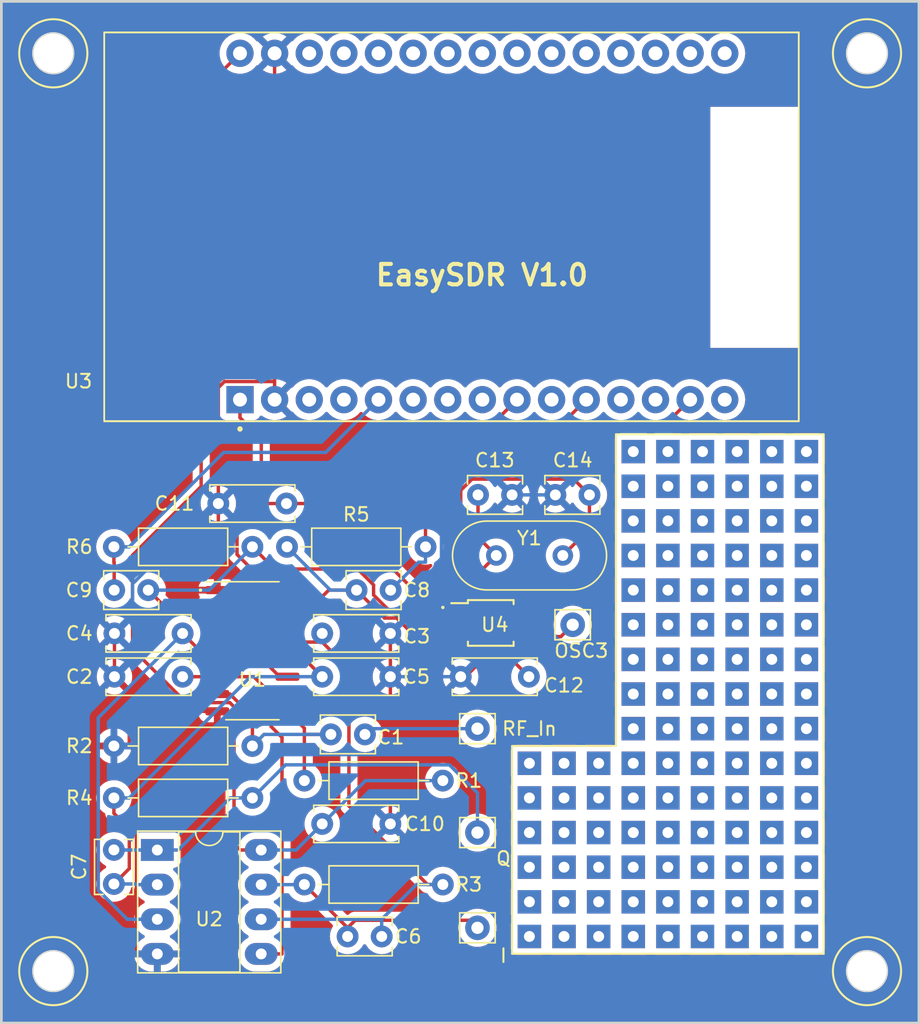
<source format=kicad_pcb>
(kicad_pcb (version 20221018) (generator pcbnew)
  (layers (0 "F.Cu" signal) (31 "B.Cu" signal) (34 "B.Paste" user) (35 "F.Paste" user) (36 "B.SilkS" user "B.Silkscreen") (37 "F.SilkS" user "F.Silkscreen") (38 "B.Mask" user) (39 "F.Mask" user) (44 "Edge.Cuts" user))
  (net 0 "")
  (net 1 "+5V")
  (net 2 "Net-(U1-1A)")
  (net 3 "GND")
  (net 4 "Net-(J3-Pin_1)")
  (net 5 "Net-(U1-1B4)")
  (net 6 "Net-(U1-1B3)")
  (net 7 "Net-(U1-S0)")
  (net 8 "Net-(U3-D18)")
  (net 9 "Net-(U1-S1)")
  (net 10 "Net-(U3-D4)")
  (net 11 "Net-(U1-1B2)")
  (net 12 "Net-(U1-1B1)")
  (net 13 "+3.3V")
  (net 14 "Net-(U4-XA)")
  (net 15 "Net-(U4-XB)")
  (net 16 "/SCL")
  (net 17 "/SDA")
  (net 18 "Net-(J2-Pin_1)")
  (net 41 "Net-(J1-Pin_1)")
  (net 42 "Net-(J4-Pin_1)")
  (footprint "parts:proto" (layer "F.Cu") (at 192.405 82.55)
    (fp_text reference "REF**" hide)
    (fp_text value "proto")
  )
  (footprint "parts:proto" (layer "F.Cu") (at 184.785 105.41)
    (fp_text reference "REF**" hide)
    (fp_text value "proto")
  )
  (footprint "Capacitor_THT:C_Disc_D6.0mm_W2.5mm_P5.00mm" (layer "F.Cu") (at 161.965 91.44)
    (fp_text reference "C5")
    (fp_text value "220n")
  )
  (footprint "Capacitor_THT:C_Disc_D6.0mm_W2.5mm_P5.00mm" (layer "F.Cu") (at 177.125 91.44 180)
    (fp_text reference "C12")
    (fp_text value "100n")
  )
  (footprint "Resistor_THT:R_Axial_DIN0207_L6.3mm_D2.5mm_P10.16mm_Horizontal" (layer "F.Cu") (at 159.385 81.915)
    (fp_text reference "R5")
    (fp_text value "10k")
  )
  (footprint "Capacitor_THT:C_Disc_D3.8mm_W2.6mm_P2.50mm" (layer "F.Cu") (at 146.685 106.64 90)
    (fp_text reference "C7")
    (fp_text value "470p")
  )
  (footprint "Crystal:Crystal_HC49-U_Vertical" (layer "F.Cu") (at 179.615 82.55 180)
    (fp_text reference "Y1")
    (fp_text value "25MHz")
  )
  (footprint "parts:proto" (layer "F.Cu") (at 177.165 105.41)
    (fp_text reference "REF**" hide)
    (fp_text value "proto")
  )
  (footprint "Resistor_THT:R_Axial_DIN0207_L6.3mm_D2.5mm_P10.16mm_Horizontal" (layer "F.Cu") (at 156.845 100.33 180)
    (fp_text reference "R4")
    (fp_text value "10k")
  )
  (footprint "Connector_Pin:Pin_D0.9mm_L10.0mm_W2.4mm_FlatFork" (layer "F.Cu") (at 173.355 95.25)
    (fp_text reference "J1" hide)
    (fp_text value "RF_In")
  )
  (footprint "parts:proto" (layer "F.Cu") (at 177.165 97.79)
    (fp_text reference "REF**" hide)
    (fp_text value "proto")
  )
  (footprint "Capacitor_THT:C_Disc_D6.0mm_W2.5mm_P5.00mm" (layer "F.Cu") (at 161.965 102.235)
    (fp_text reference "C10")
    (fp_text value "100n")
  )
  (footprint "Connector_Pin:Pin_D0.9mm_L10.0mm_W2.4mm_FlatFork" (layer "F.Cu") (at 180.34 87.63)
    (fp_text reference "J2" hide)
    (fp_text value "OSC3")
  )
  (footprint "Capacitor_THT:C_Disc_D3.8mm_W2.6mm_P2.50mm" (layer "F.Cu") (at 146.705 85.09)
    (fp_text reference "C9")
    (fp_text value "1n")
  )
  (footprint "Package_DIP:DIP-8_W7.62mm_Socket_LongPads" (layer "F.Cu") (at 149.87 104.15)
    (fp_text reference "U2")
    (fp_text value "LM4562")
  )
  (footprint "parts:proto" (layer "F.Cu") (at 184.785 74.93)
    (fp_text reference "REF**" hide)
    (fp_text value "proto")
  )
  (footprint "parts:proto" (layer "F.Cu") (at 192.405 90.17)
    (fp_text reference "REF**" hide)
    (fp_text value "proto")
  )
  (footprint "Capacitor_THT:C_Disc_D3.8mm_W2.6mm_P2.50mm" (layer "F.Cu") (at 166.33 110.49 180)
    (fp_text reference "C6")
    (fp_text value "470p")
  )
  (footprint "Capacitor_THT:C_Disc_D6.0mm_W2.5mm_P5.00mm" (layer "F.Cu") (at 159.345 78.74 180)
    (fp_text reference "C11")
    (fp_text value "100n")
  )
  (footprint "Resistor_THT:R_Axial_DIN0207_L6.3mm_D2.5mm_P10.16mm_Horizontal" (layer "F.Cu") (at 156.845 96.52 180)
    (fp_text reference "R2")
    (fp_text value "1M")
  )
  (footprint "Capacitor_THT:C_Disc_D3.8mm_W2.6mm_P2.50mm" (layer "F.Cu") (at 162.6 95.67)
    (fp_text reference "C1")
    (fp_text value "1n")
  )
  (footprint "Connector_Pin:Pin_D0.9mm_L10.0mm_W2.4mm_FlatFork" (layer "F.Cu") (at 173.355 109.855 180)
    (fp_text reference "J3" hide)
    (fp_text value "I")
  )
  (footprint "Connector_Pin:Pin_D0.9mm_L10.0mm_W2.4mm_FlatFork" (layer "F.Cu") (at 173.355 102.87 180)
    (fp_text reference "J4" hide)
    (fp_text value "Q")
  )
  (footprint "parts:proto" (layer "F.Cu") (at 192.405 74.93)
    (fp_text reference "REF**" hide)
    (fp_text value "proto")
  )
  (footprint "Resistor_THT:R_Axial_DIN0207_L6.3mm_D2.5mm_P10.16mm_Horizontal" (layer "F.Cu") (at 156.845 81.915 180)
    (fp_text reference "R6")
    (fp_text value "10k")
  )
  (footprint "Resistor_THT:R_Axial_DIN0207_L6.3mm_D2.5mm_P10.16mm_Horizontal" (layer "F.Cu") (at 170.815 99.06 180)
    (fp_text reference "R1")
    (fp_text value "1M")
  )
  (footprint "parts:proto" (layer "F.Cu") (at 192.405 97.79)
    (fp_text reference "REF**" hide)
    (fp_text value "proto")
  )
  (footprint "Capacitor_THT:C_Disc_D3.8mm_W2.6mm_P2.50mm" (layer "F.Cu") (at 181.57 78.105 180)
    (fp_text reference "C14")
    (fp_text value "2..20p")
  )
  (footprint "Capacitor_THT:C_Disc_D6.0mm_W2.5mm_P5.00mm" (layer "F.Cu") (at 151.725 91.44 180)
    (fp_text reference "C2")
    (fp_text value "220n")
  )
  (footprint "parts:proto" (layer "F.Cu") (at 184.785 82.55)
    (fp_text reference "REF**" hide)
    (fp_text value "proto")
  )
  (footprint "parts:proto" (layer "F.Cu") (at 184.785 90.17)
    (fp_text reference "REF**" hide)
    (fp_text value "proto")
  )
  (footprint "parts:proto" (layer "F.Cu") (at 192.405 105.41)
    (fp_text reference "REF**" hide)
    (fp_text value "proto")
  )
  (footprint "Capacitor_THT:C_Disc_D6.0mm_W2.5mm_P5.00mm" (layer "F.Cu") (at 161.965 88.265)
    (fp_text reference "C3")
    (fp_text value "220n")
  )
  (footprint "Resistor_THT:R_Axial_DIN0207_L6.3mm_D2.5mm_P10.16mm_Horizontal" (layer "F.Cu") (at 160.655 106.68)
    (fp_text reference "R3")
    (fp_text value "10k")
  )
  (footprint "Capacitor_THT:C_Disc_D3.8mm_W2.6mm_P2.50mm" (layer "F.Cu") (at 173.395 78.105)
    (fp_text reference "C13")
    (fp_text value "2..20p")
  )
  (footprint "parts:MODULE_ESP32_DEVKIT_V1" (layer "F.Cu") (at 171.45 58.42 90)
    (fp_text reference "U3")
    (fp_text value "ESP32-DEVKIT")
  )
  (footprint "Package_SO:SO-16_3.9x9.9mm_P1.27mm" (layer "F.Cu") (at 156.845 89.535)
    (fp_text reference "U1")
    (fp_text value "CBT3253")
  )
  (footprint "Capacitor_THT:C_Disc_D6.0mm_W2.5mm_P5.00mm" (layer "F.Cu") (at 151.725 88.265 180)
    (fp_text reference "C4")
    (fp_text value "220n")
  )
  (footprint "Package_SO:MSOP-10_3x3mm_P0.5mm" (layer "F.Cu") (at 174.33 87.495)
    (fp_text reference "U4")
    (fp_text value "Si5351A-B-GT")
  )
  (footprint "parts:proto" (layer "F.Cu") (at 184.785 97.79)
    (fp_text reference "REF**" hide)
    (fp_text value "proto")
  )
  (footprint "Capacitor_THT:C_Disc_D3.8mm_W2.6mm_P2.50mm" (layer "F.Cu") (at 166.985 85.09 180)
    (fp_text reference "C8")
    (fp_text value "1n")
  )
  (gr_line (start 183.515 96.52) (end 176.53 96.52) (stroke (width 0.15)) (layer "F.SilkS"))
  (gr_circle (center 142.24 45.72) (end 144.74 45.72) (stroke (width 0.15)) (fill none) (layer "F.SilkS"))
  (gr_circle (center 153.035 85.09) (end 153.035001 85.09) (stroke (width 0.25)) (fill solid) (layer "F.SilkS"))
  (gr_line (start 175.895 96.52) (end 175.895 111.76) (stroke (width 0.15)) (layer "F.SilkS"))
  (gr_line (start 175.895 111.76) (end 176.53 111.76) (stroke (width 0.15)) (layer "F.SilkS"))
  (gr_line (start 176.53 96.52) (end 175.895 96.52) (stroke (width 0.15)) (layer "F.SilkS"))
  (gr_line (start 176.53 111.76) (end 198.755 111.76) (stroke (width 0.15)) (layer "F.SilkS"))
  (gr_circle (center 170.815 86.36) (end 170.815001 86.36) (stroke (width 0.25)) (fill solid) (layer "F.SilkS"))
  (gr_line (start 198.755 73.66) (end 183.515 73.66) (stroke (width 0.15)) (layer "F.SilkS"))
  (gr_circle (center 201.93 113.03) (end 204.43 113.03) (stroke (width 0.15)) (fill none) (layer "F.SilkS"))
  (gr_line (start 198.755 111.76) (end 198.755 73.66) (stroke (width 0.15)) (layer "F.SilkS"))
  (gr_circle (center 142.24 113.03) (end 144.74 113.03) (stroke (width 0.15)) (fill none) (layer "F.SilkS"))
  (gr_line (start 183.515 73.66) (end 183.515 96.52) (stroke (width 0.15)) (layer "F.SilkS"))
  (gr_circle (center 201.93 45.72) (end 204.43 45.72) (stroke (width 0.15)) (fill none) (layer "F.SilkS"))
  (gr_circle (center 142.24 113.03) (end 143.74 113.03) (stroke (width 0.1)) (fill none) (layer "Edge.Cuts"))
  (gr_circle (center 201.93 45.72) (end 203.43 45.72) (stroke (width 0.1)) (fill none) (layer "Edge.Cuts"))
  (gr_circle (center 201.93 113.03) (end 203.43 113.03) (stroke (width 0.1)) (fill none) (layer "Edge.Cuts"))
  (gr_circle (center 142.24 45.72) (end 143.74 45.72) (stroke (width 0.1)) (fill none) (layer "Edge.Cuts"))
  (gr_rect (start 138.43 41.91) (end 205.74 116.84) (stroke (width 0.2)) (fill none) (layer "Edge.Cuts"))
  (gr_text "EasySDR V1.0" (at 165.735 62.865) (layer "F.SilkS") (effects (font (size 1.5 1.5) (thickness 0.3) bold) (justify left bottom)))
  (segment (start 153.0857 77.4914) (end 148.0549 82.5222) (width 0.25) (layer "F.Cu") (net 1))
  (segment (start 155.935 45.72) (end 153.0857 48.5693) (width 0.25) (layer "F.Cu") (net 1))
  (segment (start 155.1878 93.3402) (end 155.4982 93.6506) (width 0.25) (layer "F.Cu") (net 1))
  (segment (start 155.4982 103.6851) (end 155.9631 104.15) (width 0.25) (layer "F.Cu") (net 1))
  (segment (start 153.0857 48.5693) (end 153.0857 77.4914) (width 0.25) (layer "F.Cu") (net 1))
  (segment (start 155.4982 93.6506) (end 155.4982 103.6851) (width 0.25) (layer "F.Cu") (net 1))
  (segment (start 157.49 104.15) (end 155.9631 104.15) (width 0.25) (layer "F.Cu") (net 1))
  (segment (start 151.9861 93.3402) (end 155.1878 93.3402) (width 0.25) (layer "F.Cu") (net 1))
  (segment (start 148.0549 82.5222) (end 148.0549 89.409) (width 0.25) (layer "F.Cu") (net 1))
  (segment (start 148.0549 89.409) (end 151.9861 93.3402) (width 0.25) (layer "F.Cu") (net 1))
  (segment (start 160.05 104.15) (end 161.965 102.235) (width 0.25) (layer "B.Cu") (net 1))
  (segment (start 157.49 104.15) (end 160.05 104.15) (width 0.25) (layer "B.Cu") (net 1))
  (segment (start 161.965 102.235) (end 165.14 99.06) (width 0.25) (layer "B.Cu") (net 1))
  (segment (start 165.14 99.06) (end 170.815 99.06) (width 0.25) (layer "B.Cu") (net 1))
  (segment (start 160.655 95.67) (end 160.655 99.06) (width 0.25) (layer "F.Cu") (net 2))
  (segment (start 162.6 95.67) (end 160.655 95.67) (width 0.25) (layer "F.Cu") (net 2))
  (segment (start 156.845 96.52) (end 156.845 94.3583) (width 0.25) (layer "F.Cu") (net 2))
  (segment (start 160.655 95.215) (end 160.655 95.67) (width 0.25) (layer "F.Cu") (net 2))
  (segment (start 156.845 94.3583) (end 155.1967 92.71) (width 0.25) (layer "F.Cu") (net 2))
  (segment (start 159.42 93.98) (end 160.655 95.215) (width 0.25) (layer "F.Cu") (net 2))
  (segment (start 155.1967 92.71) (end 154.27 92.71) (width 0.25) (layer "F.Cu") (net 2))
  (segment (start 162.6 95.67) (end 157.695 95.67) (width 0.25) (layer "B.Cu") (net 2))
  (segment (start 157.695 95.67) (end 156.845 96.52) (width 0.25) (layer "B.Cu") (net 2))
  (segment (start 154.345 85.09) (end 157.575 85.09) (width 0.25) (layer "F.Cu") (net 3))
  (segment (start 146.685 96.52) (end 147.8119 96.52) (width 0.25) (layer "F.Cu") (net 3))
  (segment (start 147.8119 96.52) (end 148.3431 97.0512) (width 0.25) (layer "F.Cu") (net 3))
  (segment (start 146.725 88.265) (end 146.725 91.44) (width 0.25) (layer "F.Cu") (net 3))
  (segment (start 154.27 93.98) (end 149.265 93.98) (width 0.25) (layer "F.Cu") (net 3))
  (segment (start 154.345 70.2382) (end 154.7901 69.7931) (width 0.25) (layer "F.Cu") (net 3))
  (segment (start 157.575 85.09) (end 158.845 86.36) (width 0.25) (layer "F.Cu") (net 3))
  (segment (start 175.5031 87.495) (end 175.0512 87.9469) (width 0.25) (layer "F.Cu") (net 3))
  (segment (start 149.265 93.98) (end 147.8119 95.4331) (width 0.25) (layer "F.Cu") (net 3))
  (segment (start 158.845 86.36) (end 159.42 86.36) (width 0.25) (layer "F.Cu") (net 3))
  (segment (start 158.475 69.7931) (end 158.475 71.12) (width 0.25) (layer "F.Cu") (net 3))
  (segment (start 148.3431 97.0512) (end 148.3431 111.77) (width 0.25) (layer "F.Cu") (net 3))
  (segment (start 147.8119 95.4331) (end 147.8119 96.52) (width 0.25) (layer "F.Cu") (net 3))
  (segment (start 149.87 111.77) (end 148.3431 111.77) (width 0.25) (layer "F.Cu") (net 3))
  (segment (start 166.965 88.265) (end 166.965 91.44) (width 0.25) (layer "F.Cu") (net 3))
  (segment (start 172.4771 91.44) (end 172.125 91.44) (width 0.25) (layer "F.Cu") (net 3))
  (segment (start 154.345 85.09) (end 154.27 85.09) (width 0.25) (layer "F.Cu") (net 3))
  (segment (start 158.475 45.72) (end 158.475 69.7931) (width 0.25) (layer "F.Cu") (net 3))
  (segment (start 154.345 85.09) (end 154.345 78.74) (width 0.25) (layer "F.Cu") (net 3))
  (segment (start 176.53 87.495) (end 175.5031 87.495) (width 0.25) (layer "F.Cu") (net 3))
  (segment (start 166.965 102.235) (end 166.965 91.44) (width 0.25) (layer "F.Cu") (net 3))
  (segment (start 175.0512 87.9469) (end 175.0512 88.8659) (width 0.25) (layer "F.Cu") (net 3))
  (segment (start 154.345 78.74) (end 154.345 70.2382) (width 0.25) (layer "F.Cu") (net 3))
  (segment (start 175.0512 88.8659) (end 172.4771 91.44) (width 0.25) (layer "F.Cu") (net 3))
  (segment (start 154.7901 69.7931) (end 158.475 69.7931) (width 0.25) (layer "F.Cu") (net 3))
  (segment (start 149.265 93.98) (end 146.725 91.44) (width 0.25) (layer "F.Cu") (net 3))
  (segment (start 172.125 91.44) (end 166.965 91.44) (width 0.25) (layer "B.Cu") (net 3))
  (segment (start 173.6525 80.3475) (end 170.7135 80.3475) (width 0.25) (layer "B.Cu") (net 3))
  (segment (start 175.895 78.105) (end 173.6525 80.3475) (width 0.25) (layer "B.Cu") (net 3))
  (segment (start 170.7135 84.5165) (end 166.965 88.265) (width 0.25) (layer "B.Cu") (net 3))
  (segment (start 155.9525 80.3475) (end 154.345 78.74) (width 0.25) (layer "B.Cu") (net 3))
  (segment (start 170.7135 80.3475) (end 155.9525 80.3475) (width 0.25) (layer "B.Cu") (net 3))
  (segment (start 148.0537 86.9363) (end 148.0537 84.6275) (width 0.25) (layer "B.Cu") (net 3))
  (segment (start 148.0537 84.6275) (end 153.9412 78.74) (width 0.25) (layer "B.Cu") (net 3))
  (segment (start 170.7135 80.3475) (end 170.7135 84.5165) (width 0.25) (layer "B.Cu") (net 3))
  (segment (start 153.9412 78.74) (end 154.345 78.74) (width 0.25) (layer "B.Cu") (net 3))
  (segment (start 175.895 78.105) (end 179.07 78.105) (width 0.25) (layer "B.Cu") (net 3))
  (segment (start 146.725 88.265) (end 148.0537 86.9363) (width 0.25) (layer "B.Cu") (net 3))
  (segment (start 163.83 109.855) (end 163.83 110.49) (width 0.25) (layer "F.Cu") (net 4))
  (segment (start 173.355 109.855) (end 172.8033 109.3033) (width 0.25) (layer "F.Cu") (net 4))
  (segment (start 160.655 106.68) (end 163.83 109.855) (width 0.25) (layer "F.Cu") (net 4))
  (segment (start 172.8033 109.3033) (end 164.3817 109.3033) (width 0.25) (layer "F.Cu") (net 4))
  (segment (start 164.3817 109.3033) (end 163.83 109.855) (width 0.25) (layer "F.Cu") (net 4))
  (segment (start 157.49 106.69) (end 160.645 106.69) (width 0.25) (layer "B.Cu") (net 4))
  (segment (start 160.645 106.69) (end 160.655 106.68) (width 0.25) (layer "B.Cu") (net 4))
  (segment (start 154.27 87.63) (end 154.8975 88.2575) (width 0.25) (layer "F.Cu") (net 5))
  (segment (start 158.7775 88.2575) (end 159.42 88.9) (width 0.25) (layer "F.Cu") (net 5))
  (segment (start 169.6881 106.68) (end 163.927 100.9189) (width 0.25) (layer "F.Cu") (net 5))
  (segment (start 161.965 88.9) (end 159.42 88.9) (width 0.25) (layer "F.Cu") (net 5))
  (segment (start 163.927 90.862) (end 161.965 88.9) (width 0.25) (layer "F.Cu") (net 5))
  (segment (start 170.815 106.68) (end 169.6881 106.68) (width 0.25) (layer "F.Cu") (net 5))
  (segment (start 161.965 88.9) (end 161.965 88.265) (width 0.25) (layer "F.Cu") (net 5))
  (segment (start 163.927 100.9189) (end 163.927 90.862) (width 0.25) (layer "F.Cu") (net 5))
  (segment (start 154.8975 88.2575) (end 158.7775 88.2575) (width 0.25) (layer "F.Cu") (net 5))
  (segment (start 157.49 109.23) (end 159.0169 109.23) (width 0.25) (layer "B.Cu") (net 5))
  (segment (start 170.815 106.68) (end 169.6881 106.68) (width 0.25) (layer "B.Cu") (net 5))
  (segment (start 166.33 109.23) (end 168.88 106.68) (width 0.25) (layer "B.Cu") (net 5))
  (segment (start 166.33 109.23) (end 159.0169 109.23) (width 0.25) (layer "B.Cu") (net 5))
  (segment (start 168.88 106.68) (end 169.6881 106.68) (width 0.25) (layer "B.Cu") (net 5))
  (segment (start 166.33 110.49) (end 166.33 109.23) (width 0.25) (layer "B.Cu") (net 5))
  (segment (start 160.695 90.17) (end 161.965 91.44) (width 0.25) (layer "F.Cu") (net 6))
  (segment (start 159.42 90.17) (end 160.695 90.17) (width 0.25) (layer "F.Cu") (net 6))
  (segment (start 146.685 100.33) (end 146.685 101.4569) (width 0.25) (layer "F.Cu") (net 6))
  (segment (start 146.685 101.4569) (end 147.8157 102.5876) (width 0.25) (layer "F.Cu") (net 6))
  (segment (start 154.27 88.9) (end 154.8975 89.5275) (width 0.25) (layer "F.Cu") (net 6))
  (segment (start 147.8157 105.5093) (end 146.685 106.64) (width 0.25) (layer "F.Cu") (net 6))
  (segment (start 147.8157 102.5876) (end 147.8157 105.5093) (width 0.25) (layer "F.Cu") (net 6))
  (segment (start 158.7775 89.5275) (end 159.42 90.17) (width 0.25) (layer "F.Cu") (net 6))
  (segment (start 154.8975 89.5275) (end 158.7775 89.5275) (width 0.25) (layer "F.Cu") (net 6))
  (segment (start 161.965 91.44) (end 156.7019 91.44) (width 0.25) (layer "B.Cu") (net 6))
  (segment (start 149.87 106.69) (end 148.3431 106.69) (width 0.25) (layer "B.Cu") (net 6))
  (segment (start 146.685 106.64) (end 148.2931 106.64) (width 0.25) (layer "B.Cu") (net 6))
  (segment (start 148.2931 106.64) (end 148.3431 106.69) (width 0.25) (layer "B.Cu") (net 6))
  (segment (start 146.685 100.33) (end 147.8119 100.33) (width 0.25) (layer "B.Cu") (net 6))
  (segment (start 156.7019 91.44) (end 147.8119 100.33) (width 0.25) (layer "B.Cu") (net 6))
  (segment (start 162.4423 85.09) (end 164.485 85.09) (width 0.25) (layer "F.Cu") (net 7))
  (segment (start 167.4318 87.1381) (end 166.5331 87.1381) (width 0.25) (layer "F.Cu") (net 7))
  (segment (start 168.3917 88.1182) (end 168.3917 88.098) (width 0.25) (layer "F.Cu") (net 7))
  (segment (start 159.9023 87.63) (end 162.4423 85.09) (width 0.25) (layer "F.Cu") (net 7))
  (segment (start 173.3386 89.9236) (end 170.1971 89.9236) (width 0.25) (layer "F.Cu") (net 7))
  (segment (start 174.4225 87.5756) (end 174.4225 88.8397) (width 0.25) (layer "F.Cu") (net 7))
  (segment (start 176.53 86.495) (end 175.5031 86.495) (width 0.25) (layer "F.Cu") (net 7))
  (segment (start 174.4225 88.8397) (end 173.3386 89.9236) (width 0.25) (layer "F.Cu") (net 7))
  (segment (start 175.5031 86.495) (end 174.4225 87.5756) (width 0.25) (layer "F.Cu") (net 7))
  (segment (start 168.3917 88.098) (end 167.4318 87.1381) (width 0.25) (layer "F.Cu") (net 7))
  (segment (start 166.5331 87.1381) (end 164.485 85.09) (width 0.25) (layer "F.Cu") (net 7))
  (segment (start 170.1971 89.9236) (end 168.3917 88.1182) (width 0.25) (layer "F.Cu") (net 7))
  (segment (start 159.42 87.63) (end 159.9023 87.63) (width 0.25) (layer "F.Cu") (net 7))
  (segment (start 164.485 85.09) (end 162.56 85.09) (width 0.25) (layer "B.Cu") (net 7))
  (segment (start 162.56 85.09) (end 159.385 81.915) (width 0.25) (layer "B.Cu") (net 7))
  (segment (start 176.255 71.12) (end 169.545 77.83) (width 0.25) (layer "F.Cu") (net 8))
  (segment (start 169.545 77.83) (end 169.545 81.915) (width 0.25) (layer "F.Cu") (net 8))
  (segment (start 169.545 81.915) (end 169.545 83.0419) (width 0.25) (layer "B.Cu") (net 8))
  (segment (start 169.545 83.0419) (end 169.0331 83.0419) (width 0.25) (layer "B.Cu") (net 8))
  (segment (start 169.0331 83.0419) (end 166.985 85.09) (width 0.25) (layer "B.Cu") (net 8))
  (segment (start 156.845 81.915) (end 158.4717 83.5417) (width 0.25) (layer "F.Cu") (net 9))
  (segment (start 168.8436 87.9108) (end 168.8436 87.931) (width 0.25) (layer "F.Cu") (net 9))
  (segment (start 149.205 85.09) (end 150.475 86.36) (width 0.25) (layer "F.Cu") (net 9))
  (segment (start 175.304 86.0117) (end 177.3853 86.0117) (width 0.25) (layer "F.Cu") (net 9))
  (segment (start 164.5692 83.5417) (end 165.735 84.7075) (width 0.25) (layer "F.Cu") (net 9))
  (segment (start 173.9706 88.6307) (end 173.9706 87.3451) (width 0.25) (layer "F.Cu") (net 9))
  (segment (start 158.4717 83.5417) (end 164.5692 83.5417) (width 0.25) (layer "F.Cu") (net 9))
  (segment (start 166.9778 86.6862) (end 167.619 86.6862) (width 0.25) (layer "F.Cu") (net 9))
  (segment (start 168.8436 87.931) (end 170.3754 89.4628) (width 0.25) (layer "F.Cu") (net 9))
  (segment (start 177.5569 86.1833) (end 177.5569 86.995) (width 0.25) (layer "F.Cu") (net 9))
  (segment (start 165.735 84.7075) (end 165.735 85.4434) (width 0.25) (layer "F.Cu") (net 9))
  (segment (start 177.3853 86.0117) (end 177.5569 86.1833) (width 0.25) (layer "F.Cu") (net 9))
  (segment (start 170.3754 89.4628) (end 173.1385 89.4628) (width 0.25) (layer "F.Cu") (net 9))
  (segment (start 173.1385 89.4628) (end 173.9706 88.6307) (width 0.25) (layer "F.Cu") (net 9))
  (segment (start 150.475 86.36) (end 154.27 86.36) (width 0.25) (layer "F.Cu") (net 9))
  (segment (start 165.735 85.4434) (end 166.9778 86.6862) (width 0.25) (layer "F.Cu") (net 9))
  (segment (start 173.9706 87.3451) (end 175.304 86.0117) (width 0.25) (layer "F.Cu") (net 9))
  (segment (start 176.53 86.995) (end 177.5569 86.995) (width 0.25) (layer "F.Cu") (net 9))
  (segment (start 167.619 86.6862) (end 168.8436 87.9108) (width 0.25) (layer "F.Cu") (net 9))
  (segment (start 153.67 85.09) (end 156.845 81.915) (width 0.25) (layer "B.Cu") (net 9))
  (segment (start 149.205 85.09) (end 153.67 85.09) (width 0.25) (layer "B.Cu") (net 9))
  (segment (start 146.685 81.915) (end 146.685 83.0419) (width 0.25) (layer "F.Cu") (net 10))
  (segment (start 146.705 83.0619) (end 146.705 85.09) (width 0.25) (layer "F.Cu") (net 10))
  (segment (start 146.685 83.0419) (end 146.705 83.0619) (width 0.25) (layer "F.Cu") (net 10))
  (segment (start 162.2249 74.9901) (end 154.7368 74.9901) (width 0.25) (layer "B.Cu") (net 10))
  (segment (start 166.095 71.12) (end 162.2249 74.9901) (width 0.25) (layer "B.Cu") (net 10))
  (segment (start 146.685 81.915) (end 147.8119 81.915) (width 0.25) (layer "B.Cu") (net 10))
  (segment (start 154.7368 74.9901) (end 147.8119 81.915) (width 0.25) (layer "B.Cu") (net 10))
  (segment (start 158.845 91.44) (end 157.575 90.17) (width 0.25) (layer "F.Cu") (net 11))
  (segment (start 154.27 90.17) (end 153.63 90.17) (width 0.25) (layer "F.Cu") (net 11))
  (segment (start 159.42 91.44) (end 158.845 91.44) (width 0.25) (layer "F.Cu") (net 11))
  (segment (start 153.63 90.17) (end 151.725 88.265) (width 0.25) (layer "F.Cu") (net 11))
  (segment (start 157.575 90.17) (end 154.27 90.17) (width 0.25) (layer "F.Cu") (net 11))
  (segment (start 151.725 88.265) (end 145.5384 94.4516) (width 0.25) (layer "B.Cu") (net 11))
  (segment (start 147.6712 109.23) (end 149.87 109.23) (width 0.25) (layer "B.Cu") (net 11))
  (segment (start 145.5384 94.4516) (end 145.5384 107.0972) (width 0.25) (layer "B.Cu") (net 11))
  (segment (start 145.5384 107.0972) (end 147.6712 109.23) (width 0.25) (layer "B.Cu") (net 11))
  (segment (start 159.0169 95.8933) (end 158.2169 95.0933) (width 0.25) (layer "F.Cu") (net 12))
  (segment (start 154.27 91.44) (end 151.725 91.44) (width 0.25) (layer "F.Cu") (net 12))
  (segment (start 159.0169 111.77) (end 159.0169 95.8933) (width 0.25) (layer "F.Cu") (net 12))
  (segment (start 157.49 111.77) (end 159.0169 111.77) (width 0.25) (layer "F.Cu") (net 12))
  (segment (start 158.2169 92.71) (end 159.42 92.71) (width 0.25) (layer "F.Cu") (net 12))
  (segment (start 158.2169 95.0933) (end 158.2169 92.71) (width 0.25) (layer "F.Cu") (net 12))
  (segment (start 154.27 91.44) (end 156.9469 91.44) (width 0.25) (layer "F.Cu") (net 12))
  (segment (start 156.9469 91.44) (end 158.2169 92.71) (width 0.25) (layer "F.Cu") (net 12))
  (segment (start 158.3335 85.09) (end 155.7163 82.4728) (width 0.25) (layer "F.Cu") (net 13))
  (segment (start 172.9513 89.0109) (end 173.1569 88.8053) (width 0.25) (layer "F.Cu") (net 13))
  (segment (start 159.42 85.09) (end 158.3335 85.09) (width 0.25) (layer "F.Cu") (net 13))
  (segment (start 177.125 91.44) (end 175.5031 89.8181) (width 0.25) (layer "F.Cu") (net 13))
  (segment (start 178.03 87.5219) (end 178.03 85.9577) (width 0.25) (layer "F.Cu") (net 13))
  (segment (start 175.5031 88.2044) (end 175.7125 87.995) (width 0.25) (layer "F.Cu") (net 13))
  (segment (start 177.6271 85.5548) (end 174.0971 85.5548) (width 0.25) (layer "F.Cu") (net 13))
  (segment (start 174.0971 85.5548) (end 173.1569 86.495) (width 0.25) (layer "F.Cu") (net 13))
  (segment (start 162.3469 78.74) (end 169.2955 85.6886) (width 0.25) (layer "F.Cu") (net 13))
  (segment (start 169.2955 87.7438) (end 170.5626 89.0109) (width 0.25) (layer "F.Cu") (net 13))
  (segment (start 157.4953 78.74) (end 157.4953 74.0072) (width 0.25) (layer "F.Cu") (net 13))
  (segment (start 175.5031 89.8181) (end 175.5031 88.2044) (width 0.25) (layer "F.Cu") (net 13))
  (segment (start 155.7163 80.519) (end 157.4953 78.74) (width 0.25) (layer "F.Cu") (net 13))
  (segment (start 169.2955 85.6886) (end 169.2955 87.7438) (width 0.25) (layer "F.Cu") (net 13))
  (segment (start 178.03 85.9577) (end 177.6271 85.5548) (width 0.25) (layer "F.Cu") (net 13))
  (segment (start 170.5626 89.0109) (end 172.9513 89.0109) (width 0.25) (layer "F.Cu") (net 13))
  (segment (start 172.13 86.495) (end 173.1569 86.495) (width 0.25) (layer "F.Cu") (net 13))
  (segment (start 155.935 71.12) (end 155.935 72.4469) (width 0.25) (layer "F.Cu") (net 13))
  (segment (start 175.7125 87.995) (end 176.53 87.995) (width 0.25) (layer "F.Cu") (net 13))
  (segment (start 157.4953 74.0072) (end 155.935 72.4469) (width 0.25) (layer "F.Cu") (net 13))
  (segment (start 177.5569 87.995) (end 178.03 87.5219) (width 0.25) (layer "F.Cu") (net 13))
  (segment (start 157.4953 78.74) (end 159.345 78.74) (width 0.25) (layer "F.Cu") (net 13))
  (segment (start 176.53 87.995) (end 177.5569 87.995) (width 0.25) (layer "F.Cu") (net 13))
  (segment (start 155.7163 82.4728) (end 155.7163 80.519) (width 0.25) (layer "F.Cu") (net 13))
  (segment (start 173.1569 88.8053) (end 173.1569 86.495) (width 0.25) (layer "F.Cu") (net 13))
  (segment (start 159.345 78.74) (end 162.3469 78.74) (width 0.25) (layer "F.Cu") (net 13))
  (segment (start 171.1031 86.1819) (end 174.735 82.55) (width 0.25) (layer "F.Cu") (net 14))
  (segment (start 174.735 82.55) (end 173.395 81.21) (width 0.25) (layer "F.Cu") (net 14))
  (segment (start 173.395 81.21) (end 173.395 78.105) (width 0.25) (layer "F.Cu") (net 14))
  (segment (start 172.13 86.995) (end 171.1031 86.995) (width 0.25) (layer "F.Cu") (net 14))
  (segment (start 171.1031 86.995) (end 171.1031 86.1819) (width 0.25) (layer "F.Cu") (net 14))
  (segment (start 170.964 87.495) (end 171.1031 87.495) (width 0.25) (layer "F.Cu") (net 15))
  (segment (start 172.13 87.495) (end 171.1031 87.495) (width 0.25) (layer "F.Cu") (net 15))
  (segment (start 170.6512 84.8984) (end 170.6512 87.1822) (width 0.25) (layer "F.Cu") (net 15))
  (segment (start 179.615 82.55) (end 181.57 80.595) (width 0.25) (layer "F.Cu") (net 15))
  (segment (start 180.4147 76.9497) (end 172.9475 76.9497) (width 0.25) (layer "F.Cu") (net 15))
  (segment (start 170.6512 87.1822) (end 170.964 87.495) (width 0.25) (layer "F.Cu") (net 15))
  (segment (start 172.13 83.4196) (end 170.6512 84.8984) (width 0.25) (layer "F.Cu") (net 15))
  (segment (start 172.9475 76.9497) (end 172.13 77.7672) (width 0.25) (layer "F.Cu") (net 15))
  (segment (start 181.57 78.105) (end 180.4147 76.9497) (width 0.25) (layer "F.Cu") (net 15))
  (segment (start 181.57 80.595) (end 181.57 78.105) (width 0.25) (layer "F.Cu") (net 15))
  (segment (start 172.13 77.7672) (end 172.13 83.4196) (width 0.25) (layer "F.Cu") (net 15))
  (segment (start 188.955 71.12) (end 187.05 73.025) (width 0.25) (layer "F.Cu") (net 16))
  (segment (start 170.8249 87.995) (end 172.13 87.995) (width 0.25) (layer "F.Cu") (net 16))
  (segment (start 180.066396 73.025) (end 177.466396 75.625) (width 0.25) (layer "F.Cu") (net 16))
  (segment (start 187.05 73.025) (end 180.066396 73.025) (width 0.25) (layer "F.Cu") (net 16))
  (segment (start 170.1993 84.7112) (end 170.1993 87.3694) (width 0.25) (layer "F.Cu") (net 16))
  (segment (start 171.5585 83.352) (end 170.1993 84.7112) (width 0.25) (layer "F.Cu") (net 16))
  (segment (start 177.466396 75.625) (end 173.6331 75.625) (width 0.25) (layer "F.Cu") (net 16))
  (segment (start 170.1993 87.3694) (end 170.8249 87.995) (width 0.25) (layer "F.Cu") (net 16))
  (segment (start 171.5585 77.6996) (end 171.5585 83.352) (width 0.25) (layer "F.Cu") (net 16))
  (segment (start 173.6331 75.625) (end 171.5585 77.6996) (width 0.25) (layer "F.Cu") (net 16))
  (segment (start 170.6858 88.495) (end 171.1031 88.495) (width 0.25) (layer "F.Cu") (net 17))
  (segment (start 169.7474 87.5566) (end 170.6858 88.495) (width 0.25) (layer "F.Cu") (net 17))
  (segment (start 171.1016 83.1698) (end 169.7474 84.524) (width 0.25) (layer "F.Cu") (net 17))
  (segment (start 171.1016 77.5174) (end 171.1016 83.1698) (width 0.25) (layer "F.Cu") (net 17))
  (segment (start 172.13 88.495) (end 171.1031 88.495) (width 0.25) (layer "F.Cu") (net 17))
  (segment (start 177.28 75.175) (end 173.444 75.175) (width 0.25) (layer "F.Cu") (net 17))
  (segment (start 169.7474 84.524) (end 169.7474 87.5566) (width 0.25) (layer "F.Cu") (net 17))
  (segment (start 173.444 75.175) (end 171.1016 77.5174) (width 0.25) (layer "F.Cu") (net 17))
  (segment (start 181.335 71.12) (end 177.28 75.175) (width 0.25) (layer "F.Cu") (net 17))
  (segment (start 179.475 88.495) (end 180.34 87.63) (width 0.25) (layer "F.Cu") (net 18))
  (segment (start 176.53 88.495) (end 179.475 88.495) (width 0.25) (layer "F.Cu") (net 18))
  (segment (start 165.52 95.25) (end 165.1 95.67) (width 0.25) (layer "B.Cu") (net 41))
  (segment (start 173.355 95.25) (end 165.52 95.25) (width 0.25) (layer "B.Cu") (net 41))
  (segment (start 159.2718 97.9032) (end 156.845 100.33) (width 0.25) (layer "B.Cu") (net 42))
  (segment (start 155.2169 100.33) (end 156.845 100.33) (width 0.25) (layer "B.Cu") (net 42))
  (segment (start 173.355 99.9579) (end 171.3003 97.9032) (width 0.25) (layer "B.Cu") (net 42))
  (segment (start 146.695 104.15) (end 149.87 104.15) (width 0.25) (layer "B.Cu") (net 42))
  (segment (start 149.87 104.15) (end 151.3969 104.15) (width 0.25) (layer "B.Cu") (net 42))
  (segment (start 173.355 102.87) (end 173.355 99.9579) (width 0.25) (layer "B.Cu") (net 42))
  (segment (start 171.3003 97.9032) (end 159.2718 97.9032) (width 0.25) (layer "B.Cu") (net 42))
  (segment (start 151.3969 104.15) (end 155.2169 100.33) (width 0.25) (layer "B.Cu") (net 42))
  (segment (start 146.685 104.14) (end 146.695 104.15) (width 0.25) (layer "B.Cu") (net 42))
  (zone (net 3) (net_name "GND") (layers "F&B.Cu") (connect_pads (clearance 0.5)) (min_thickness 0.25) (fill yes (thermal_gap 0.5) (thermal_bridge_width 0.5))
    (polygon (pts (xy 138.43 41.91) (xy 205.74 41.91) (xy 205.74 116.84) (xy 138.43 116.84)))
  )
)
</source>
